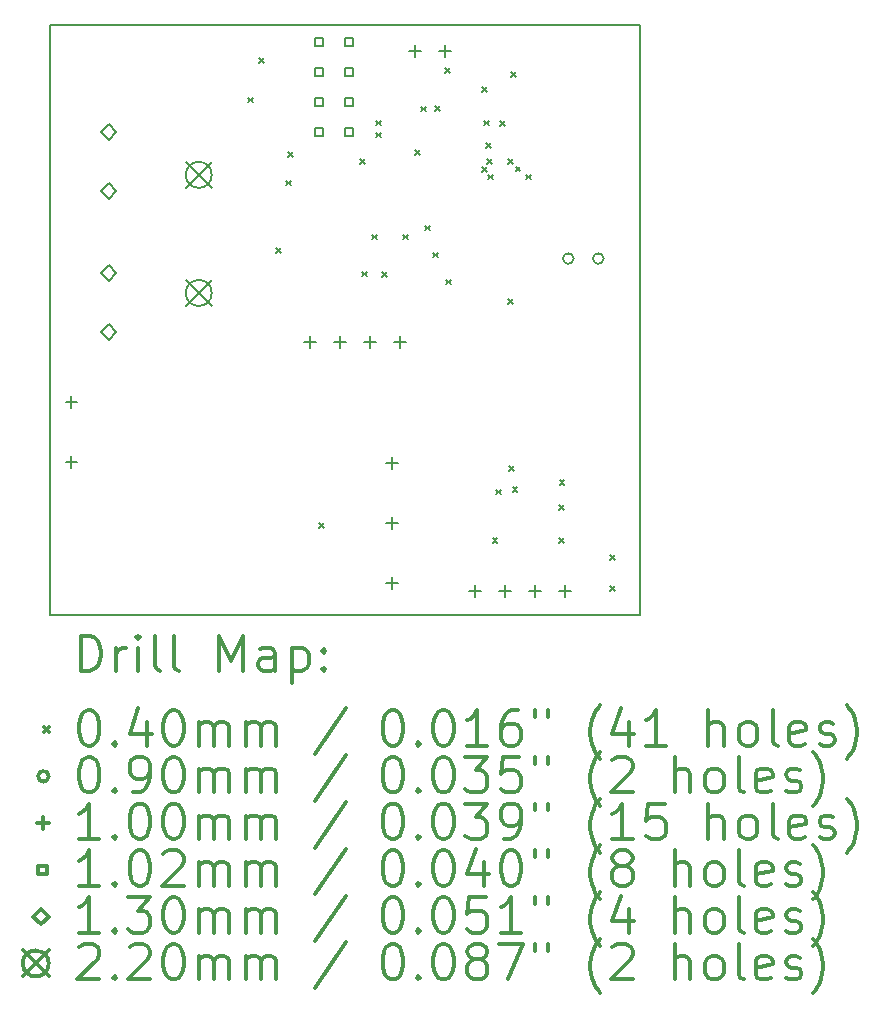
<source format=gbr>
%FSLAX45Y45*%
G04 Gerber Fmt 4.5, Leading zero omitted, Abs format (unit mm)*
G04 Created by KiCad (PCBNEW 4.0.2-stable) date 5/29/2017 11:09:28 AM*
%MOMM*%
G01*
G04 APERTURE LIST*
%ADD10C,0.127000*%
%ADD11C,0.150000*%
%ADD12C,0.200000*%
%ADD13C,0.300000*%
G04 APERTURE END LIST*
D10*
D11*
X7500000Y-7500000D02*
X12500000Y-7500000D01*
X7500000Y-12500000D02*
X12500000Y-12500000D01*
X12500000Y-7500000D02*
X12500000Y-12500000D01*
X7500000Y-7500000D02*
X7500000Y-12500000D01*
D12*
X9179880Y-8118160D02*
X9219880Y-8158160D01*
X9219880Y-8118160D02*
X9179880Y-8158160D01*
X9276400Y-7782880D02*
X9316400Y-7822880D01*
X9316400Y-7782880D02*
X9276400Y-7822880D01*
X9418640Y-9393240D02*
X9458640Y-9433240D01*
X9458640Y-9393240D02*
X9418640Y-9433240D01*
X9505000Y-8819200D02*
X9545000Y-8859200D01*
X9545000Y-8819200D02*
X9505000Y-8859200D01*
X9520240Y-8581340D02*
X9560240Y-8621340D01*
X9560240Y-8581340D02*
X9520240Y-8621340D01*
X9784400Y-11719880D02*
X9824400Y-11759880D01*
X9824400Y-11719880D02*
X9784400Y-11759880D01*
X10129840Y-8636320D02*
X10169840Y-8676320D01*
X10169840Y-8636320D02*
X10129840Y-8676320D01*
X10147797Y-9591360D02*
X10187797Y-9631360D01*
X10187797Y-9591360D02*
X10147797Y-9631360D01*
X10231440Y-9276400D02*
X10271440Y-9316400D01*
X10271440Y-9276400D02*
X10231440Y-9316400D01*
X10261920Y-8412800D02*
X10301920Y-8452800D01*
X10301920Y-8412800D02*
X10261920Y-8452800D01*
X10267000Y-8311200D02*
X10307000Y-8351200D01*
X10307000Y-8311200D02*
X10267000Y-8351200D01*
X10317800Y-9596440D02*
X10357800Y-9636440D01*
X10357800Y-9596440D02*
X10317800Y-9636440D01*
X10495600Y-9276400D02*
X10535600Y-9316400D01*
X10535600Y-9276400D02*
X10495600Y-9316400D01*
X10597200Y-8560120D02*
X10637200Y-8600120D01*
X10637200Y-8560120D02*
X10597200Y-8600120D01*
X10648000Y-8194360D02*
X10688000Y-8234360D01*
X10688000Y-8194360D02*
X10648000Y-8234360D01*
X10678480Y-9200200D02*
X10718480Y-9240200D01*
X10718480Y-9200200D02*
X10678480Y-9240200D01*
X10749600Y-9428800D02*
X10789600Y-9468800D01*
X10789600Y-9428800D02*
X10749600Y-9468800D01*
X10764840Y-8189280D02*
X10804840Y-8229280D01*
X10804840Y-8189280D02*
X10764840Y-8229280D01*
X10851200Y-7869240D02*
X10891200Y-7909240D01*
X10891200Y-7869240D02*
X10851200Y-7909240D01*
X10856280Y-9657400D02*
X10896280Y-9697400D01*
X10896280Y-9657400D02*
X10856280Y-9697400D01*
X11161080Y-8026720D02*
X11201080Y-8066720D01*
X11201080Y-8026720D02*
X11161080Y-8066720D01*
X11164163Y-8704187D02*
X11204163Y-8744187D01*
X11204163Y-8704187D02*
X11164163Y-8744187D01*
X11176320Y-8311200D02*
X11216320Y-8351200D01*
X11216320Y-8311200D02*
X11176320Y-8351200D01*
X11196640Y-8504240D02*
X11236640Y-8544240D01*
X11236640Y-8504240D02*
X11196640Y-8544240D01*
X11205300Y-8635572D02*
X11245300Y-8675572D01*
X11245300Y-8635572D02*
X11205300Y-8675572D01*
X11211880Y-8768400D02*
X11251880Y-8808400D01*
X11251880Y-8768400D02*
X11211880Y-8808400D01*
X11249980Y-11844340D02*
X11289980Y-11884340D01*
X11289980Y-11844340D02*
X11249980Y-11884340D01*
X11283000Y-11435400D02*
X11323000Y-11475400D01*
X11323000Y-11435400D02*
X11283000Y-11475400D01*
X11317018Y-8314315D02*
X11357018Y-8354315D01*
X11357018Y-8314315D02*
X11317018Y-8354315D01*
X11380343Y-8636320D02*
X11420343Y-8676320D01*
X11420343Y-8636320D02*
X11380343Y-8676320D01*
X11384600Y-9825040D02*
X11424600Y-9865040D01*
X11424600Y-9825040D02*
X11384600Y-9865040D01*
X11389680Y-11237280D02*
X11429680Y-11277280D01*
X11429680Y-11237280D02*
X11389680Y-11277280D01*
X11410000Y-7899720D02*
X11450000Y-7939720D01*
X11450000Y-7899720D02*
X11410000Y-7939720D01*
X11420160Y-11415080D02*
X11460160Y-11455080D01*
X11460160Y-11415080D02*
X11420160Y-11455080D01*
X11445560Y-8702360D02*
X11485560Y-8742360D01*
X11485560Y-8702360D02*
X11445560Y-8742360D01*
X11531920Y-8768400D02*
X11571920Y-8808400D01*
X11571920Y-8768400D02*
X11531920Y-8808400D01*
X11811320Y-11567480D02*
X11851320Y-11607480D01*
X11851320Y-11567480D02*
X11811320Y-11607480D01*
X11813860Y-11844340D02*
X11853860Y-11884340D01*
X11853860Y-11844340D02*
X11813860Y-11884340D01*
X11818400Y-11354120D02*
X11858400Y-11394120D01*
X11858400Y-11354120D02*
X11818400Y-11394120D01*
X12248200Y-11989120D02*
X12288200Y-12029120D01*
X12288200Y-11989120D02*
X12248200Y-12029120D01*
X12248200Y-12253280D02*
X12288200Y-12293280D01*
X12288200Y-12253280D02*
X12248200Y-12293280D01*
X11937280Y-9479280D02*
G75*
G03X11937280Y-9479280I-45000J0D01*
G01*
X12191280Y-9479280D02*
G75*
G03X12191280Y-9479280I-45000J0D01*
G01*
X7684900Y-10644400D02*
X7684900Y-10744400D01*
X7634900Y-10694400D02*
X7734900Y-10694400D01*
X7684900Y-11152400D02*
X7684900Y-11252400D01*
X7634900Y-11202400D02*
X7734900Y-11202400D01*
X9702800Y-10135400D02*
X9702800Y-10235400D01*
X9652800Y-10185400D02*
X9752800Y-10185400D01*
X9956800Y-10135400D02*
X9956800Y-10235400D01*
X9906800Y-10185400D02*
X10006800Y-10185400D01*
X10210800Y-10135400D02*
X10210800Y-10235400D01*
X10160800Y-10185400D02*
X10260800Y-10185400D01*
X10399900Y-11159400D02*
X10399900Y-11259400D01*
X10349900Y-11209400D02*
X10449900Y-11209400D01*
X10399900Y-11667400D02*
X10399900Y-11767400D01*
X10349900Y-11717400D02*
X10449900Y-11717400D01*
X10399900Y-12175400D02*
X10399900Y-12275400D01*
X10349900Y-12225400D02*
X10449900Y-12225400D01*
X10464800Y-10135400D02*
X10464800Y-10235400D01*
X10414800Y-10185400D02*
X10514800Y-10185400D01*
X10591800Y-7671600D02*
X10591800Y-7771600D01*
X10541800Y-7721600D02*
X10641800Y-7721600D01*
X10845800Y-7671600D02*
X10845800Y-7771600D01*
X10795800Y-7721600D02*
X10895800Y-7721600D01*
X11099800Y-12243600D02*
X11099800Y-12343600D01*
X11049800Y-12293600D02*
X11149800Y-12293600D01*
X11353800Y-12243600D02*
X11353800Y-12343600D01*
X11303800Y-12293600D02*
X11403800Y-12293600D01*
X11607800Y-12243600D02*
X11607800Y-12343600D01*
X11557800Y-12293600D02*
X11657800Y-12293600D01*
X11861800Y-12243600D02*
X11861800Y-12343600D01*
X11811800Y-12293600D02*
X11911800Y-12293600D01*
X9814921Y-7681321D02*
X9814921Y-7609479D01*
X9743079Y-7609479D01*
X9743079Y-7681321D01*
X9814921Y-7681321D01*
X9814921Y-7935321D02*
X9814921Y-7863479D01*
X9743079Y-7863479D01*
X9743079Y-7935321D01*
X9814921Y-7935321D01*
X9814921Y-8189321D02*
X9814921Y-8117479D01*
X9743079Y-8117479D01*
X9743079Y-8189321D01*
X9814921Y-8189321D01*
X9814921Y-8443321D02*
X9814921Y-8371479D01*
X9743079Y-8371479D01*
X9743079Y-8443321D01*
X9814921Y-8443321D01*
X10068921Y-7681321D02*
X10068921Y-7609479D01*
X9997079Y-7609479D01*
X9997079Y-7681321D01*
X10068921Y-7681321D01*
X10068921Y-7935321D02*
X10068921Y-7863479D01*
X9997079Y-7863479D01*
X9997079Y-7935321D01*
X10068921Y-7935321D01*
X10068921Y-8189321D02*
X10068921Y-8117479D01*
X9997079Y-8117479D01*
X9997079Y-8189321D01*
X10068921Y-8189321D01*
X10068921Y-8443321D02*
X10068921Y-8371479D01*
X9997079Y-8371479D01*
X9997079Y-8443321D01*
X10068921Y-8443321D01*
X8001000Y-8472400D02*
X8066000Y-8407400D01*
X8001000Y-8342400D01*
X7936000Y-8407400D01*
X8001000Y-8472400D01*
X8001000Y-8972400D02*
X8066000Y-8907400D01*
X8001000Y-8842400D01*
X7936000Y-8907400D01*
X8001000Y-8972400D01*
X8001000Y-9666200D02*
X8066000Y-9601200D01*
X8001000Y-9536200D01*
X7936000Y-9601200D01*
X8001000Y-9666200D01*
X8001000Y-10166200D02*
X8066000Y-10101200D01*
X8001000Y-10036200D01*
X7936000Y-10101200D01*
X8001000Y-10166200D01*
X8653000Y-8661000D02*
X8873000Y-8881000D01*
X8873000Y-8661000D02*
X8653000Y-8881000D01*
X8873000Y-8771000D02*
G75*
G03X8873000Y-8771000I-110000J0D01*
G01*
X8653000Y-9661000D02*
X8873000Y-9881000D01*
X8873000Y-9661000D02*
X8653000Y-9881000D01*
X8873000Y-9771000D02*
G75*
G03X8873000Y-9771000I-110000J0D01*
G01*
D13*
X7763928Y-12973214D02*
X7763928Y-12673214D01*
X7835357Y-12673214D01*
X7878214Y-12687500D01*
X7906786Y-12716071D01*
X7921071Y-12744643D01*
X7935357Y-12801786D01*
X7935357Y-12844643D01*
X7921071Y-12901786D01*
X7906786Y-12930357D01*
X7878214Y-12958929D01*
X7835357Y-12973214D01*
X7763928Y-12973214D01*
X8063928Y-12973214D02*
X8063928Y-12773214D01*
X8063928Y-12830357D02*
X8078214Y-12801786D01*
X8092500Y-12787500D01*
X8121071Y-12773214D01*
X8149643Y-12773214D01*
X8249643Y-12973214D02*
X8249643Y-12773214D01*
X8249643Y-12673214D02*
X8235357Y-12687500D01*
X8249643Y-12701786D01*
X8263928Y-12687500D01*
X8249643Y-12673214D01*
X8249643Y-12701786D01*
X8435357Y-12973214D02*
X8406786Y-12958929D01*
X8392500Y-12930357D01*
X8392500Y-12673214D01*
X8592500Y-12973214D02*
X8563929Y-12958929D01*
X8549643Y-12930357D01*
X8549643Y-12673214D01*
X8935357Y-12973214D02*
X8935357Y-12673214D01*
X9035357Y-12887500D01*
X9135357Y-12673214D01*
X9135357Y-12973214D01*
X9406786Y-12973214D02*
X9406786Y-12816071D01*
X9392500Y-12787500D01*
X9363929Y-12773214D01*
X9306786Y-12773214D01*
X9278214Y-12787500D01*
X9406786Y-12958929D02*
X9378214Y-12973214D01*
X9306786Y-12973214D01*
X9278214Y-12958929D01*
X9263929Y-12930357D01*
X9263929Y-12901786D01*
X9278214Y-12873214D01*
X9306786Y-12858929D01*
X9378214Y-12858929D01*
X9406786Y-12844643D01*
X9549643Y-12773214D02*
X9549643Y-13073214D01*
X9549643Y-12787500D02*
X9578214Y-12773214D01*
X9635357Y-12773214D01*
X9663929Y-12787500D01*
X9678214Y-12801786D01*
X9692500Y-12830357D01*
X9692500Y-12916071D01*
X9678214Y-12944643D01*
X9663929Y-12958929D01*
X9635357Y-12973214D01*
X9578214Y-12973214D01*
X9549643Y-12958929D01*
X9821071Y-12944643D02*
X9835357Y-12958929D01*
X9821071Y-12973214D01*
X9806786Y-12958929D01*
X9821071Y-12944643D01*
X9821071Y-12973214D01*
X9821071Y-12787500D02*
X9835357Y-12801786D01*
X9821071Y-12816071D01*
X9806786Y-12801786D01*
X9821071Y-12787500D01*
X9821071Y-12816071D01*
X7452500Y-13447500D02*
X7492500Y-13487500D01*
X7492500Y-13447500D02*
X7452500Y-13487500D01*
X7821071Y-13303214D02*
X7849643Y-13303214D01*
X7878214Y-13317500D01*
X7892500Y-13331786D01*
X7906786Y-13360357D01*
X7921071Y-13417500D01*
X7921071Y-13488929D01*
X7906786Y-13546071D01*
X7892500Y-13574643D01*
X7878214Y-13588929D01*
X7849643Y-13603214D01*
X7821071Y-13603214D01*
X7792500Y-13588929D01*
X7778214Y-13574643D01*
X7763928Y-13546071D01*
X7749643Y-13488929D01*
X7749643Y-13417500D01*
X7763928Y-13360357D01*
X7778214Y-13331786D01*
X7792500Y-13317500D01*
X7821071Y-13303214D01*
X8049643Y-13574643D02*
X8063928Y-13588929D01*
X8049643Y-13603214D01*
X8035357Y-13588929D01*
X8049643Y-13574643D01*
X8049643Y-13603214D01*
X8321071Y-13403214D02*
X8321071Y-13603214D01*
X8249643Y-13288929D02*
X8178214Y-13503214D01*
X8363928Y-13503214D01*
X8535357Y-13303214D02*
X8563929Y-13303214D01*
X8592500Y-13317500D01*
X8606786Y-13331786D01*
X8621071Y-13360357D01*
X8635357Y-13417500D01*
X8635357Y-13488929D01*
X8621071Y-13546071D01*
X8606786Y-13574643D01*
X8592500Y-13588929D01*
X8563929Y-13603214D01*
X8535357Y-13603214D01*
X8506786Y-13588929D01*
X8492500Y-13574643D01*
X8478214Y-13546071D01*
X8463929Y-13488929D01*
X8463929Y-13417500D01*
X8478214Y-13360357D01*
X8492500Y-13331786D01*
X8506786Y-13317500D01*
X8535357Y-13303214D01*
X8763929Y-13603214D02*
X8763929Y-13403214D01*
X8763929Y-13431786D02*
X8778214Y-13417500D01*
X8806786Y-13403214D01*
X8849643Y-13403214D01*
X8878214Y-13417500D01*
X8892500Y-13446071D01*
X8892500Y-13603214D01*
X8892500Y-13446071D02*
X8906786Y-13417500D01*
X8935357Y-13403214D01*
X8978214Y-13403214D01*
X9006786Y-13417500D01*
X9021071Y-13446071D01*
X9021071Y-13603214D01*
X9163929Y-13603214D02*
X9163929Y-13403214D01*
X9163929Y-13431786D02*
X9178214Y-13417500D01*
X9206786Y-13403214D01*
X9249643Y-13403214D01*
X9278214Y-13417500D01*
X9292500Y-13446071D01*
X9292500Y-13603214D01*
X9292500Y-13446071D02*
X9306786Y-13417500D01*
X9335357Y-13403214D01*
X9378214Y-13403214D01*
X9406786Y-13417500D01*
X9421071Y-13446071D01*
X9421071Y-13603214D01*
X10006786Y-13288929D02*
X9749643Y-13674643D01*
X10392500Y-13303214D02*
X10421071Y-13303214D01*
X10449643Y-13317500D01*
X10463928Y-13331786D01*
X10478214Y-13360357D01*
X10492500Y-13417500D01*
X10492500Y-13488929D01*
X10478214Y-13546071D01*
X10463928Y-13574643D01*
X10449643Y-13588929D01*
X10421071Y-13603214D01*
X10392500Y-13603214D01*
X10363928Y-13588929D01*
X10349643Y-13574643D01*
X10335357Y-13546071D01*
X10321071Y-13488929D01*
X10321071Y-13417500D01*
X10335357Y-13360357D01*
X10349643Y-13331786D01*
X10363928Y-13317500D01*
X10392500Y-13303214D01*
X10621071Y-13574643D02*
X10635357Y-13588929D01*
X10621071Y-13603214D01*
X10606786Y-13588929D01*
X10621071Y-13574643D01*
X10621071Y-13603214D01*
X10821071Y-13303214D02*
X10849643Y-13303214D01*
X10878214Y-13317500D01*
X10892500Y-13331786D01*
X10906786Y-13360357D01*
X10921071Y-13417500D01*
X10921071Y-13488929D01*
X10906786Y-13546071D01*
X10892500Y-13574643D01*
X10878214Y-13588929D01*
X10849643Y-13603214D01*
X10821071Y-13603214D01*
X10792500Y-13588929D01*
X10778214Y-13574643D01*
X10763928Y-13546071D01*
X10749643Y-13488929D01*
X10749643Y-13417500D01*
X10763928Y-13360357D01*
X10778214Y-13331786D01*
X10792500Y-13317500D01*
X10821071Y-13303214D01*
X11206785Y-13603214D02*
X11035357Y-13603214D01*
X11121071Y-13603214D02*
X11121071Y-13303214D01*
X11092500Y-13346071D01*
X11063928Y-13374643D01*
X11035357Y-13388929D01*
X11463928Y-13303214D02*
X11406785Y-13303214D01*
X11378214Y-13317500D01*
X11363928Y-13331786D01*
X11335357Y-13374643D01*
X11321071Y-13431786D01*
X11321071Y-13546071D01*
X11335357Y-13574643D01*
X11349643Y-13588929D01*
X11378214Y-13603214D01*
X11435357Y-13603214D01*
X11463928Y-13588929D01*
X11478214Y-13574643D01*
X11492500Y-13546071D01*
X11492500Y-13474643D01*
X11478214Y-13446071D01*
X11463928Y-13431786D01*
X11435357Y-13417500D01*
X11378214Y-13417500D01*
X11349643Y-13431786D01*
X11335357Y-13446071D01*
X11321071Y-13474643D01*
X11606786Y-13303214D02*
X11606786Y-13360357D01*
X11721071Y-13303214D02*
X11721071Y-13360357D01*
X12163928Y-13717500D02*
X12149643Y-13703214D01*
X12121071Y-13660357D01*
X12106785Y-13631786D01*
X12092500Y-13588929D01*
X12078214Y-13517500D01*
X12078214Y-13460357D01*
X12092500Y-13388929D01*
X12106785Y-13346071D01*
X12121071Y-13317500D01*
X12149643Y-13274643D01*
X12163928Y-13260357D01*
X12406785Y-13403214D02*
X12406785Y-13603214D01*
X12335357Y-13288929D02*
X12263928Y-13503214D01*
X12449643Y-13503214D01*
X12721071Y-13603214D02*
X12549643Y-13603214D01*
X12635357Y-13603214D02*
X12635357Y-13303214D01*
X12606785Y-13346071D01*
X12578214Y-13374643D01*
X12549643Y-13388929D01*
X13078214Y-13603214D02*
X13078214Y-13303214D01*
X13206785Y-13603214D02*
X13206785Y-13446071D01*
X13192500Y-13417500D01*
X13163928Y-13403214D01*
X13121071Y-13403214D01*
X13092500Y-13417500D01*
X13078214Y-13431786D01*
X13392500Y-13603214D02*
X13363928Y-13588929D01*
X13349643Y-13574643D01*
X13335357Y-13546071D01*
X13335357Y-13460357D01*
X13349643Y-13431786D01*
X13363928Y-13417500D01*
X13392500Y-13403214D01*
X13435357Y-13403214D01*
X13463928Y-13417500D01*
X13478214Y-13431786D01*
X13492500Y-13460357D01*
X13492500Y-13546071D01*
X13478214Y-13574643D01*
X13463928Y-13588929D01*
X13435357Y-13603214D01*
X13392500Y-13603214D01*
X13663928Y-13603214D02*
X13635357Y-13588929D01*
X13621071Y-13560357D01*
X13621071Y-13303214D01*
X13892500Y-13588929D02*
X13863928Y-13603214D01*
X13806786Y-13603214D01*
X13778214Y-13588929D01*
X13763928Y-13560357D01*
X13763928Y-13446071D01*
X13778214Y-13417500D01*
X13806786Y-13403214D01*
X13863928Y-13403214D01*
X13892500Y-13417500D01*
X13906786Y-13446071D01*
X13906786Y-13474643D01*
X13763928Y-13503214D01*
X14021071Y-13588929D02*
X14049643Y-13603214D01*
X14106786Y-13603214D01*
X14135357Y-13588929D01*
X14149643Y-13560357D01*
X14149643Y-13546071D01*
X14135357Y-13517500D01*
X14106786Y-13503214D01*
X14063928Y-13503214D01*
X14035357Y-13488929D01*
X14021071Y-13460357D01*
X14021071Y-13446071D01*
X14035357Y-13417500D01*
X14063928Y-13403214D01*
X14106786Y-13403214D01*
X14135357Y-13417500D01*
X14249643Y-13717500D02*
X14263928Y-13703214D01*
X14292500Y-13660357D01*
X14306786Y-13631786D01*
X14321071Y-13588929D01*
X14335357Y-13517500D01*
X14335357Y-13460357D01*
X14321071Y-13388929D01*
X14306786Y-13346071D01*
X14292500Y-13317500D01*
X14263928Y-13274643D01*
X14249643Y-13260357D01*
X7492500Y-13863500D02*
G75*
G03X7492500Y-13863500I-45000J0D01*
G01*
X7821071Y-13699214D02*
X7849643Y-13699214D01*
X7878214Y-13713500D01*
X7892500Y-13727786D01*
X7906786Y-13756357D01*
X7921071Y-13813500D01*
X7921071Y-13884929D01*
X7906786Y-13942071D01*
X7892500Y-13970643D01*
X7878214Y-13984929D01*
X7849643Y-13999214D01*
X7821071Y-13999214D01*
X7792500Y-13984929D01*
X7778214Y-13970643D01*
X7763928Y-13942071D01*
X7749643Y-13884929D01*
X7749643Y-13813500D01*
X7763928Y-13756357D01*
X7778214Y-13727786D01*
X7792500Y-13713500D01*
X7821071Y-13699214D01*
X8049643Y-13970643D02*
X8063928Y-13984929D01*
X8049643Y-13999214D01*
X8035357Y-13984929D01*
X8049643Y-13970643D01*
X8049643Y-13999214D01*
X8206786Y-13999214D02*
X8263928Y-13999214D01*
X8292500Y-13984929D01*
X8306786Y-13970643D01*
X8335357Y-13927786D01*
X8349643Y-13870643D01*
X8349643Y-13756357D01*
X8335357Y-13727786D01*
X8321071Y-13713500D01*
X8292500Y-13699214D01*
X8235357Y-13699214D01*
X8206786Y-13713500D01*
X8192500Y-13727786D01*
X8178214Y-13756357D01*
X8178214Y-13827786D01*
X8192500Y-13856357D01*
X8206786Y-13870643D01*
X8235357Y-13884929D01*
X8292500Y-13884929D01*
X8321071Y-13870643D01*
X8335357Y-13856357D01*
X8349643Y-13827786D01*
X8535357Y-13699214D02*
X8563929Y-13699214D01*
X8592500Y-13713500D01*
X8606786Y-13727786D01*
X8621071Y-13756357D01*
X8635357Y-13813500D01*
X8635357Y-13884929D01*
X8621071Y-13942071D01*
X8606786Y-13970643D01*
X8592500Y-13984929D01*
X8563929Y-13999214D01*
X8535357Y-13999214D01*
X8506786Y-13984929D01*
X8492500Y-13970643D01*
X8478214Y-13942071D01*
X8463929Y-13884929D01*
X8463929Y-13813500D01*
X8478214Y-13756357D01*
X8492500Y-13727786D01*
X8506786Y-13713500D01*
X8535357Y-13699214D01*
X8763929Y-13999214D02*
X8763929Y-13799214D01*
X8763929Y-13827786D02*
X8778214Y-13813500D01*
X8806786Y-13799214D01*
X8849643Y-13799214D01*
X8878214Y-13813500D01*
X8892500Y-13842071D01*
X8892500Y-13999214D01*
X8892500Y-13842071D02*
X8906786Y-13813500D01*
X8935357Y-13799214D01*
X8978214Y-13799214D01*
X9006786Y-13813500D01*
X9021071Y-13842071D01*
X9021071Y-13999214D01*
X9163929Y-13999214D02*
X9163929Y-13799214D01*
X9163929Y-13827786D02*
X9178214Y-13813500D01*
X9206786Y-13799214D01*
X9249643Y-13799214D01*
X9278214Y-13813500D01*
X9292500Y-13842071D01*
X9292500Y-13999214D01*
X9292500Y-13842071D02*
X9306786Y-13813500D01*
X9335357Y-13799214D01*
X9378214Y-13799214D01*
X9406786Y-13813500D01*
X9421071Y-13842071D01*
X9421071Y-13999214D01*
X10006786Y-13684929D02*
X9749643Y-14070643D01*
X10392500Y-13699214D02*
X10421071Y-13699214D01*
X10449643Y-13713500D01*
X10463928Y-13727786D01*
X10478214Y-13756357D01*
X10492500Y-13813500D01*
X10492500Y-13884929D01*
X10478214Y-13942071D01*
X10463928Y-13970643D01*
X10449643Y-13984929D01*
X10421071Y-13999214D01*
X10392500Y-13999214D01*
X10363928Y-13984929D01*
X10349643Y-13970643D01*
X10335357Y-13942071D01*
X10321071Y-13884929D01*
X10321071Y-13813500D01*
X10335357Y-13756357D01*
X10349643Y-13727786D01*
X10363928Y-13713500D01*
X10392500Y-13699214D01*
X10621071Y-13970643D02*
X10635357Y-13984929D01*
X10621071Y-13999214D01*
X10606786Y-13984929D01*
X10621071Y-13970643D01*
X10621071Y-13999214D01*
X10821071Y-13699214D02*
X10849643Y-13699214D01*
X10878214Y-13713500D01*
X10892500Y-13727786D01*
X10906786Y-13756357D01*
X10921071Y-13813500D01*
X10921071Y-13884929D01*
X10906786Y-13942071D01*
X10892500Y-13970643D01*
X10878214Y-13984929D01*
X10849643Y-13999214D01*
X10821071Y-13999214D01*
X10792500Y-13984929D01*
X10778214Y-13970643D01*
X10763928Y-13942071D01*
X10749643Y-13884929D01*
X10749643Y-13813500D01*
X10763928Y-13756357D01*
X10778214Y-13727786D01*
X10792500Y-13713500D01*
X10821071Y-13699214D01*
X11021071Y-13699214D02*
X11206785Y-13699214D01*
X11106786Y-13813500D01*
X11149643Y-13813500D01*
X11178214Y-13827786D01*
X11192500Y-13842071D01*
X11206785Y-13870643D01*
X11206785Y-13942071D01*
X11192500Y-13970643D01*
X11178214Y-13984929D01*
X11149643Y-13999214D01*
X11063928Y-13999214D01*
X11035357Y-13984929D01*
X11021071Y-13970643D01*
X11478214Y-13699214D02*
X11335357Y-13699214D01*
X11321071Y-13842071D01*
X11335357Y-13827786D01*
X11363928Y-13813500D01*
X11435357Y-13813500D01*
X11463928Y-13827786D01*
X11478214Y-13842071D01*
X11492500Y-13870643D01*
X11492500Y-13942071D01*
X11478214Y-13970643D01*
X11463928Y-13984929D01*
X11435357Y-13999214D01*
X11363928Y-13999214D01*
X11335357Y-13984929D01*
X11321071Y-13970643D01*
X11606786Y-13699214D02*
X11606786Y-13756357D01*
X11721071Y-13699214D02*
X11721071Y-13756357D01*
X12163928Y-14113500D02*
X12149643Y-14099214D01*
X12121071Y-14056357D01*
X12106785Y-14027786D01*
X12092500Y-13984929D01*
X12078214Y-13913500D01*
X12078214Y-13856357D01*
X12092500Y-13784929D01*
X12106785Y-13742071D01*
X12121071Y-13713500D01*
X12149643Y-13670643D01*
X12163928Y-13656357D01*
X12263928Y-13727786D02*
X12278214Y-13713500D01*
X12306785Y-13699214D01*
X12378214Y-13699214D01*
X12406785Y-13713500D01*
X12421071Y-13727786D01*
X12435357Y-13756357D01*
X12435357Y-13784929D01*
X12421071Y-13827786D01*
X12249643Y-13999214D01*
X12435357Y-13999214D01*
X12792500Y-13999214D02*
X12792500Y-13699214D01*
X12921071Y-13999214D02*
X12921071Y-13842071D01*
X12906785Y-13813500D01*
X12878214Y-13799214D01*
X12835357Y-13799214D01*
X12806785Y-13813500D01*
X12792500Y-13827786D01*
X13106785Y-13999214D02*
X13078214Y-13984929D01*
X13063928Y-13970643D01*
X13049643Y-13942071D01*
X13049643Y-13856357D01*
X13063928Y-13827786D01*
X13078214Y-13813500D01*
X13106785Y-13799214D01*
X13149643Y-13799214D01*
X13178214Y-13813500D01*
X13192500Y-13827786D01*
X13206785Y-13856357D01*
X13206785Y-13942071D01*
X13192500Y-13970643D01*
X13178214Y-13984929D01*
X13149643Y-13999214D01*
X13106785Y-13999214D01*
X13378214Y-13999214D02*
X13349643Y-13984929D01*
X13335357Y-13956357D01*
X13335357Y-13699214D01*
X13606786Y-13984929D02*
X13578214Y-13999214D01*
X13521071Y-13999214D01*
X13492500Y-13984929D01*
X13478214Y-13956357D01*
X13478214Y-13842071D01*
X13492500Y-13813500D01*
X13521071Y-13799214D01*
X13578214Y-13799214D01*
X13606786Y-13813500D01*
X13621071Y-13842071D01*
X13621071Y-13870643D01*
X13478214Y-13899214D01*
X13735357Y-13984929D02*
X13763928Y-13999214D01*
X13821071Y-13999214D01*
X13849643Y-13984929D01*
X13863928Y-13956357D01*
X13863928Y-13942071D01*
X13849643Y-13913500D01*
X13821071Y-13899214D01*
X13778214Y-13899214D01*
X13749643Y-13884929D01*
X13735357Y-13856357D01*
X13735357Y-13842071D01*
X13749643Y-13813500D01*
X13778214Y-13799214D01*
X13821071Y-13799214D01*
X13849643Y-13813500D01*
X13963928Y-14113500D02*
X13978214Y-14099214D01*
X14006786Y-14056357D01*
X14021071Y-14027786D01*
X14035357Y-13984929D01*
X14049643Y-13913500D01*
X14049643Y-13856357D01*
X14035357Y-13784929D01*
X14021071Y-13742071D01*
X14006786Y-13713500D01*
X13978214Y-13670643D01*
X13963928Y-13656357D01*
X7442500Y-14209500D02*
X7442500Y-14309500D01*
X7392500Y-14259500D02*
X7492500Y-14259500D01*
X7921071Y-14395214D02*
X7749643Y-14395214D01*
X7835357Y-14395214D02*
X7835357Y-14095214D01*
X7806786Y-14138071D01*
X7778214Y-14166643D01*
X7749643Y-14180929D01*
X8049643Y-14366643D02*
X8063928Y-14380929D01*
X8049643Y-14395214D01*
X8035357Y-14380929D01*
X8049643Y-14366643D01*
X8049643Y-14395214D01*
X8249643Y-14095214D02*
X8278214Y-14095214D01*
X8306786Y-14109500D01*
X8321071Y-14123786D01*
X8335357Y-14152357D01*
X8349643Y-14209500D01*
X8349643Y-14280929D01*
X8335357Y-14338071D01*
X8321071Y-14366643D01*
X8306786Y-14380929D01*
X8278214Y-14395214D01*
X8249643Y-14395214D01*
X8221071Y-14380929D01*
X8206786Y-14366643D01*
X8192500Y-14338071D01*
X8178214Y-14280929D01*
X8178214Y-14209500D01*
X8192500Y-14152357D01*
X8206786Y-14123786D01*
X8221071Y-14109500D01*
X8249643Y-14095214D01*
X8535357Y-14095214D02*
X8563929Y-14095214D01*
X8592500Y-14109500D01*
X8606786Y-14123786D01*
X8621071Y-14152357D01*
X8635357Y-14209500D01*
X8635357Y-14280929D01*
X8621071Y-14338071D01*
X8606786Y-14366643D01*
X8592500Y-14380929D01*
X8563929Y-14395214D01*
X8535357Y-14395214D01*
X8506786Y-14380929D01*
X8492500Y-14366643D01*
X8478214Y-14338071D01*
X8463929Y-14280929D01*
X8463929Y-14209500D01*
X8478214Y-14152357D01*
X8492500Y-14123786D01*
X8506786Y-14109500D01*
X8535357Y-14095214D01*
X8763929Y-14395214D02*
X8763929Y-14195214D01*
X8763929Y-14223786D02*
X8778214Y-14209500D01*
X8806786Y-14195214D01*
X8849643Y-14195214D01*
X8878214Y-14209500D01*
X8892500Y-14238071D01*
X8892500Y-14395214D01*
X8892500Y-14238071D02*
X8906786Y-14209500D01*
X8935357Y-14195214D01*
X8978214Y-14195214D01*
X9006786Y-14209500D01*
X9021071Y-14238071D01*
X9021071Y-14395214D01*
X9163929Y-14395214D02*
X9163929Y-14195214D01*
X9163929Y-14223786D02*
X9178214Y-14209500D01*
X9206786Y-14195214D01*
X9249643Y-14195214D01*
X9278214Y-14209500D01*
X9292500Y-14238071D01*
X9292500Y-14395214D01*
X9292500Y-14238071D02*
X9306786Y-14209500D01*
X9335357Y-14195214D01*
X9378214Y-14195214D01*
X9406786Y-14209500D01*
X9421071Y-14238071D01*
X9421071Y-14395214D01*
X10006786Y-14080929D02*
X9749643Y-14466643D01*
X10392500Y-14095214D02*
X10421071Y-14095214D01*
X10449643Y-14109500D01*
X10463928Y-14123786D01*
X10478214Y-14152357D01*
X10492500Y-14209500D01*
X10492500Y-14280929D01*
X10478214Y-14338071D01*
X10463928Y-14366643D01*
X10449643Y-14380929D01*
X10421071Y-14395214D01*
X10392500Y-14395214D01*
X10363928Y-14380929D01*
X10349643Y-14366643D01*
X10335357Y-14338071D01*
X10321071Y-14280929D01*
X10321071Y-14209500D01*
X10335357Y-14152357D01*
X10349643Y-14123786D01*
X10363928Y-14109500D01*
X10392500Y-14095214D01*
X10621071Y-14366643D02*
X10635357Y-14380929D01*
X10621071Y-14395214D01*
X10606786Y-14380929D01*
X10621071Y-14366643D01*
X10621071Y-14395214D01*
X10821071Y-14095214D02*
X10849643Y-14095214D01*
X10878214Y-14109500D01*
X10892500Y-14123786D01*
X10906786Y-14152357D01*
X10921071Y-14209500D01*
X10921071Y-14280929D01*
X10906786Y-14338071D01*
X10892500Y-14366643D01*
X10878214Y-14380929D01*
X10849643Y-14395214D01*
X10821071Y-14395214D01*
X10792500Y-14380929D01*
X10778214Y-14366643D01*
X10763928Y-14338071D01*
X10749643Y-14280929D01*
X10749643Y-14209500D01*
X10763928Y-14152357D01*
X10778214Y-14123786D01*
X10792500Y-14109500D01*
X10821071Y-14095214D01*
X11021071Y-14095214D02*
X11206785Y-14095214D01*
X11106786Y-14209500D01*
X11149643Y-14209500D01*
X11178214Y-14223786D01*
X11192500Y-14238071D01*
X11206785Y-14266643D01*
X11206785Y-14338071D01*
X11192500Y-14366643D01*
X11178214Y-14380929D01*
X11149643Y-14395214D01*
X11063928Y-14395214D01*
X11035357Y-14380929D01*
X11021071Y-14366643D01*
X11349643Y-14395214D02*
X11406785Y-14395214D01*
X11435357Y-14380929D01*
X11449643Y-14366643D01*
X11478214Y-14323786D01*
X11492500Y-14266643D01*
X11492500Y-14152357D01*
X11478214Y-14123786D01*
X11463928Y-14109500D01*
X11435357Y-14095214D01*
X11378214Y-14095214D01*
X11349643Y-14109500D01*
X11335357Y-14123786D01*
X11321071Y-14152357D01*
X11321071Y-14223786D01*
X11335357Y-14252357D01*
X11349643Y-14266643D01*
X11378214Y-14280929D01*
X11435357Y-14280929D01*
X11463928Y-14266643D01*
X11478214Y-14252357D01*
X11492500Y-14223786D01*
X11606786Y-14095214D02*
X11606786Y-14152357D01*
X11721071Y-14095214D02*
X11721071Y-14152357D01*
X12163928Y-14509500D02*
X12149643Y-14495214D01*
X12121071Y-14452357D01*
X12106785Y-14423786D01*
X12092500Y-14380929D01*
X12078214Y-14309500D01*
X12078214Y-14252357D01*
X12092500Y-14180929D01*
X12106785Y-14138071D01*
X12121071Y-14109500D01*
X12149643Y-14066643D01*
X12163928Y-14052357D01*
X12435357Y-14395214D02*
X12263928Y-14395214D01*
X12349643Y-14395214D02*
X12349643Y-14095214D01*
X12321071Y-14138071D01*
X12292500Y-14166643D01*
X12263928Y-14180929D01*
X12706785Y-14095214D02*
X12563928Y-14095214D01*
X12549643Y-14238071D01*
X12563928Y-14223786D01*
X12592500Y-14209500D01*
X12663928Y-14209500D01*
X12692500Y-14223786D01*
X12706785Y-14238071D01*
X12721071Y-14266643D01*
X12721071Y-14338071D01*
X12706785Y-14366643D01*
X12692500Y-14380929D01*
X12663928Y-14395214D01*
X12592500Y-14395214D01*
X12563928Y-14380929D01*
X12549643Y-14366643D01*
X13078214Y-14395214D02*
X13078214Y-14095214D01*
X13206785Y-14395214D02*
X13206785Y-14238071D01*
X13192500Y-14209500D01*
X13163928Y-14195214D01*
X13121071Y-14195214D01*
X13092500Y-14209500D01*
X13078214Y-14223786D01*
X13392500Y-14395214D02*
X13363928Y-14380929D01*
X13349643Y-14366643D01*
X13335357Y-14338071D01*
X13335357Y-14252357D01*
X13349643Y-14223786D01*
X13363928Y-14209500D01*
X13392500Y-14195214D01*
X13435357Y-14195214D01*
X13463928Y-14209500D01*
X13478214Y-14223786D01*
X13492500Y-14252357D01*
X13492500Y-14338071D01*
X13478214Y-14366643D01*
X13463928Y-14380929D01*
X13435357Y-14395214D01*
X13392500Y-14395214D01*
X13663928Y-14395214D02*
X13635357Y-14380929D01*
X13621071Y-14352357D01*
X13621071Y-14095214D01*
X13892500Y-14380929D02*
X13863928Y-14395214D01*
X13806786Y-14395214D01*
X13778214Y-14380929D01*
X13763928Y-14352357D01*
X13763928Y-14238071D01*
X13778214Y-14209500D01*
X13806786Y-14195214D01*
X13863928Y-14195214D01*
X13892500Y-14209500D01*
X13906786Y-14238071D01*
X13906786Y-14266643D01*
X13763928Y-14295214D01*
X14021071Y-14380929D02*
X14049643Y-14395214D01*
X14106786Y-14395214D01*
X14135357Y-14380929D01*
X14149643Y-14352357D01*
X14149643Y-14338071D01*
X14135357Y-14309500D01*
X14106786Y-14295214D01*
X14063928Y-14295214D01*
X14035357Y-14280929D01*
X14021071Y-14252357D01*
X14021071Y-14238071D01*
X14035357Y-14209500D01*
X14063928Y-14195214D01*
X14106786Y-14195214D01*
X14135357Y-14209500D01*
X14249643Y-14509500D02*
X14263928Y-14495214D01*
X14292500Y-14452357D01*
X14306786Y-14423786D01*
X14321071Y-14380929D01*
X14335357Y-14309500D01*
X14335357Y-14252357D01*
X14321071Y-14180929D01*
X14306786Y-14138071D01*
X14292500Y-14109500D01*
X14263928Y-14066643D01*
X14249643Y-14052357D01*
X7477621Y-14691421D02*
X7477621Y-14619579D01*
X7405778Y-14619579D01*
X7405778Y-14691421D01*
X7477621Y-14691421D01*
X7921071Y-14791214D02*
X7749643Y-14791214D01*
X7835357Y-14791214D02*
X7835357Y-14491214D01*
X7806786Y-14534071D01*
X7778214Y-14562643D01*
X7749643Y-14576929D01*
X8049643Y-14762643D02*
X8063928Y-14776929D01*
X8049643Y-14791214D01*
X8035357Y-14776929D01*
X8049643Y-14762643D01*
X8049643Y-14791214D01*
X8249643Y-14491214D02*
X8278214Y-14491214D01*
X8306786Y-14505500D01*
X8321071Y-14519786D01*
X8335357Y-14548357D01*
X8349643Y-14605500D01*
X8349643Y-14676929D01*
X8335357Y-14734071D01*
X8321071Y-14762643D01*
X8306786Y-14776929D01*
X8278214Y-14791214D01*
X8249643Y-14791214D01*
X8221071Y-14776929D01*
X8206786Y-14762643D01*
X8192500Y-14734071D01*
X8178214Y-14676929D01*
X8178214Y-14605500D01*
X8192500Y-14548357D01*
X8206786Y-14519786D01*
X8221071Y-14505500D01*
X8249643Y-14491214D01*
X8463929Y-14519786D02*
X8478214Y-14505500D01*
X8506786Y-14491214D01*
X8578214Y-14491214D01*
X8606786Y-14505500D01*
X8621071Y-14519786D01*
X8635357Y-14548357D01*
X8635357Y-14576929D01*
X8621071Y-14619786D01*
X8449643Y-14791214D01*
X8635357Y-14791214D01*
X8763929Y-14791214D02*
X8763929Y-14591214D01*
X8763929Y-14619786D02*
X8778214Y-14605500D01*
X8806786Y-14591214D01*
X8849643Y-14591214D01*
X8878214Y-14605500D01*
X8892500Y-14634071D01*
X8892500Y-14791214D01*
X8892500Y-14634071D02*
X8906786Y-14605500D01*
X8935357Y-14591214D01*
X8978214Y-14591214D01*
X9006786Y-14605500D01*
X9021071Y-14634071D01*
X9021071Y-14791214D01*
X9163929Y-14791214D02*
X9163929Y-14591214D01*
X9163929Y-14619786D02*
X9178214Y-14605500D01*
X9206786Y-14591214D01*
X9249643Y-14591214D01*
X9278214Y-14605500D01*
X9292500Y-14634071D01*
X9292500Y-14791214D01*
X9292500Y-14634071D02*
X9306786Y-14605500D01*
X9335357Y-14591214D01*
X9378214Y-14591214D01*
X9406786Y-14605500D01*
X9421071Y-14634071D01*
X9421071Y-14791214D01*
X10006786Y-14476929D02*
X9749643Y-14862643D01*
X10392500Y-14491214D02*
X10421071Y-14491214D01*
X10449643Y-14505500D01*
X10463928Y-14519786D01*
X10478214Y-14548357D01*
X10492500Y-14605500D01*
X10492500Y-14676929D01*
X10478214Y-14734071D01*
X10463928Y-14762643D01*
X10449643Y-14776929D01*
X10421071Y-14791214D01*
X10392500Y-14791214D01*
X10363928Y-14776929D01*
X10349643Y-14762643D01*
X10335357Y-14734071D01*
X10321071Y-14676929D01*
X10321071Y-14605500D01*
X10335357Y-14548357D01*
X10349643Y-14519786D01*
X10363928Y-14505500D01*
X10392500Y-14491214D01*
X10621071Y-14762643D02*
X10635357Y-14776929D01*
X10621071Y-14791214D01*
X10606786Y-14776929D01*
X10621071Y-14762643D01*
X10621071Y-14791214D01*
X10821071Y-14491214D02*
X10849643Y-14491214D01*
X10878214Y-14505500D01*
X10892500Y-14519786D01*
X10906786Y-14548357D01*
X10921071Y-14605500D01*
X10921071Y-14676929D01*
X10906786Y-14734071D01*
X10892500Y-14762643D01*
X10878214Y-14776929D01*
X10849643Y-14791214D01*
X10821071Y-14791214D01*
X10792500Y-14776929D01*
X10778214Y-14762643D01*
X10763928Y-14734071D01*
X10749643Y-14676929D01*
X10749643Y-14605500D01*
X10763928Y-14548357D01*
X10778214Y-14519786D01*
X10792500Y-14505500D01*
X10821071Y-14491214D01*
X11178214Y-14591214D02*
X11178214Y-14791214D01*
X11106786Y-14476929D02*
X11035357Y-14691214D01*
X11221071Y-14691214D01*
X11392500Y-14491214D02*
X11421071Y-14491214D01*
X11449643Y-14505500D01*
X11463928Y-14519786D01*
X11478214Y-14548357D01*
X11492500Y-14605500D01*
X11492500Y-14676929D01*
X11478214Y-14734071D01*
X11463928Y-14762643D01*
X11449643Y-14776929D01*
X11421071Y-14791214D01*
X11392500Y-14791214D01*
X11363928Y-14776929D01*
X11349643Y-14762643D01*
X11335357Y-14734071D01*
X11321071Y-14676929D01*
X11321071Y-14605500D01*
X11335357Y-14548357D01*
X11349643Y-14519786D01*
X11363928Y-14505500D01*
X11392500Y-14491214D01*
X11606786Y-14491214D02*
X11606786Y-14548357D01*
X11721071Y-14491214D02*
X11721071Y-14548357D01*
X12163928Y-14905500D02*
X12149643Y-14891214D01*
X12121071Y-14848357D01*
X12106785Y-14819786D01*
X12092500Y-14776929D01*
X12078214Y-14705500D01*
X12078214Y-14648357D01*
X12092500Y-14576929D01*
X12106785Y-14534071D01*
X12121071Y-14505500D01*
X12149643Y-14462643D01*
X12163928Y-14448357D01*
X12321071Y-14619786D02*
X12292500Y-14605500D01*
X12278214Y-14591214D01*
X12263928Y-14562643D01*
X12263928Y-14548357D01*
X12278214Y-14519786D01*
X12292500Y-14505500D01*
X12321071Y-14491214D01*
X12378214Y-14491214D01*
X12406785Y-14505500D01*
X12421071Y-14519786D01*
X12435357Y-14548357D01*
X12435357Y-14562643D01*
X12421071Y-14591214D01*
X12406785Y-14605500D01*
X12378214Y-14619786D01*
X12321071Y-14619786D01*
X12292500Y-14634071D01*
X12278214Y-14648357D01*
X12263928Y-14676929D01*
X12263928Y-14734071D01*
X12278214Y-14762643D01*
X12292500Y-14776929D01*
X12321071Y-14791214D01*
X12378214Y-14791214D01*
X12406785Y-14776929D01*
X12421071Y-14762643D01*
X12435357Y-14734071D01*
X12435357Y-14676929D01*
X12421071Y-14648357D01*
X12406785Y-14634071D01*
X12378214Y-14619786D01*
X12792500Y-14791214D02*
X12792500Y-14491214D01*
X12921071Y-14791214D02*
X12921071Y-14634071D01*
X12906785Y-14605500D01*
X12878214Y-14591214D01*
X12835357Y-14591214D01*
X12806785Y-14605500D01*
X12792500Y-14619786D01*
X13106785Y-14791214D02*
X13078214Y-14776929D01*
X13063928Y-14762643D01*
X13049643Y-14734071D01*
X13049643Y-14648357D01*
X13063928Y-14619786D01*
X13078214Y-14605500D01*
X13106785Y-14591214D01*
X13149643Y-14591214D01*
X13178214Y-14605500D01*
X13192500Y-14619786D01*
X13206785Y-14648357D01*
X13206785Y-14734071D01*
X13192500Y-14762643D01*
X13178214Y-14776929D01*
X13149643Y-14791214D01*
X13106785Y-14791214D01*
X13378214Y-14791214D02*
X13349643Y-14776929D01*
X13335357Y-14748357D01*
X13335357Y-14491214D01*
X13606786Y-14776929D02*
X13578214Y-14791214D01*
X13521071Y-14791214D01*
X13492500Y-14776929D01*
X13478214Y-14748357D01*
X13478214Y-14634071D01*
X13492500Y-14605500D01*
X13521071Y-14591214D01*
X13578214Y-14591214D01*
X13606786Y-14605500D01*
X13621071Y-14634071D01*
X13621071Y-14662643D01*
X13478214Y-14691214D01*
X13735357Y-14776929D02*
X13763928Y-14791214D01*
X13821071Y-14791214D01*
X13849643Y-14776929D01*
X13863928Y-14748357D01*
X13863928Y-14734071D01*
X13849643Y-14705500D01*
X13821071Y-14691214D01*
X13778214Y-14691214D01*
X13749643Y-14676929D01*
X13735357Y-14648357D01*
X13735357Y-14634071D01*
X13749643Y-14605500D01*
X13778214Y-14591214D01*
X13821071Y-14591214D01*
X13849643Y-14605500D01*
X13963928Y-14905500D02*
X13978214Y-14891214D01*
X14006786Y-14848357D01*
X14021071Y-14819786D01*
X14035357Y-14776929D01*
X14049643Y-14705500D01*
X14049643Y-14648357D01*
X14035357Y-14576929D01*
X14021071Y-14534071D01*
X14006786Y-14505500D01*
X13978214Y-14462643D01*
X13963928Y-14448357D01*
X7427500Y-15116500D02*
X7492500Y-15051500D01*
X7427500Y-14986500D01*
X7362500Y-15051500D01*
X7427500Y-15116500D01*
X7921071Y-15187214D02*
X7749643Y-15187214D01*
X7835357Y-15187214D02*
X7835357Y-14887214D01*
X7806786Y-14930071D01*
X7778214Y-14958643D01*
X7749643Y-14972929D01*
X8049643Y-15158643D02*
X8063928Y-15172929D01*
X8049643Y-15187214D01*
X8035357Y-15172929D01*
X8049643Y-15158643D01*
X8049643Y-15187214D01*
X8163928Y-14887214D02*
X8349643Y-14887214D01*
X8249643Y-15001500D01*
X8292500Y-15001500D01*
X8321071Y-15015786D01*
X8335357Y-15030071D01*
X8349643Y-15058643D01*
X8349643Y-15130071D01*
X8335357Y-15158643D01*
X8321071Y-15172929D01*
X8292500Y-15187214D01*
X8206786Y-15187214D01*
X8178214Y-15172929D01*
X8163928Y-15158643D01*
X8535357Y-14887214D02*
X8563929Y-14887214D01*
X8592500Y-14901500D01*
X8606786Y-14915786D01*
X8621071Y-14944357D01*
X8635357Y-15001500D01*
X8635357Y-15072929D01*
X8621071Y-15130071D01*
X8606786Y-15158643D01*
X8592500Y-15172929D01*
X8563929Y-15187214D01*
X8535357Y-15187214D01*
X8506786Y-15172929D01*
X8492500Y-15158643D01*
X8478214Y-15130071D01*
X8463929Y-15072929D01*
X8463929Y-15001500D01*
X8478214Y-14944357D01*
X8492500Y-14915786D01*
X8506786Y-14901500D01*
X8535357Y-14887214D01*
X8763929Y-15187214D02*
X8763929Y-14987214D01*
X8763929Y-15015786D02*
X8778214Y-15001500D01*
X8806786Y-14987214D01*
X8849643Y-14987214D01*
X8878214Y-15001500D01*
X8892500Y-15030071D01*
X8892500Y-15187214D01*
X8892500Y-15030071D02*
X8906786Y-15001500D01*
X8935357Y-14987214D01*
X8978214Y-14987214D01*
X9006786Y-15001500D01*
X9021071Y-15030071D01*
X9021071Y-15187214D01*
X9163929Y-15187214D02*
X9163929Y-14987214D01*
X9163929Y-15015786D02*
X9178214Y-15001500D01*
X9206786Y-14987214D01*
X9249643Y-14987214D01*
X9278214Y-15001500D01*
X9292500Y-15030071D01*
X9292500Y-15187214D01*
X9292500Y-15030071D02*
X9306786Y-15001500D01*
X9335357Y-14987214D01*
X9378214Y-14987214D01*
X9406786Y-15001500D01*
X9421071Y-15030071D01*
X9421071Y-15187214D01*
X10006786Y-14872929D02*
X9749643Y-15258643D01*
X10392500Y-14887214D02*
X10421071Y-14887214D01*
X10449643Y-14901500D01*
X10463928Y-14915786D01*
X10478214Y-14944357D01*
X10492500Y-15001500D01*
X10492500Y-15072929D01*
X10478214Y-15130071D01*
X10463928Y-15158643D01*
X10449643Y-15172929D01*
X10421071Y-15187214D01*
X10392500Y-15187214D01*
X10363928Y-15172929D01*
X10349643Y-15158643D01*
X10335357Y-15130071D01*
X10321071Y-15072929D01*
X10321071Y-15001500D01*
X10335357Y-14944357D01*
X10349643Y-14915786D01*
X10363928Y-14901500D01*
X10392500Y-14887214D01*
X10621071Y-15158643D02*
X10635357Y-15172929D01*
X10621071Y-15187214D01*
X10606786Y-15172929D01*
X10621071Y-15158643D01*
X10621071Y-15187214D01*
X10821071Y-14887214D02*
X10849643Y-14887214D01*
X10878214Y-14901500D01*
X10892500Y-14915786D01*
X10906786Y-14944357D01*
X10921071Y-15001500D01*
X10921071Y-15072929D01*
X10906786Y-15130071D01*
X10892500Y-15158643D01*
X10878214Y-15172929D01*
X10849643Y-15187214D01*
X10821071Y-15187214D01*
X10792500Y-15172929D01*
X10778214Y-15158643D01*
X10763928Y-15130071D01*
X10749643Y-15072929D01*
X10749643Y-15001500D01*
X10763928Y-14944357D01*
X10778214Y-14915786D01*
X10792500Y-14901500D01*
X10821071Y-14887214D01*
X11192500Y-14887214D02*
X11049643Y-14887214D01*
X11035357Y-15030071D01*
X11049643Y-15015786D01*
X11078214Y-15001500D01*
X11149643Y-15001500D01*
X11178214Y-15015786D01*
X11192500Y-15030071D01*
X11206785Y-15058643D01*
X11206785Y-15130071D01*
X11192500Y-15158643D01*
X11178214Y-15172929D01*
X11149643Y-15187214D01*
X11078214Y-15187214D01*
X11049643Y-15172929D01*
X11035357Y-15158643D01*
X11492500Y-15187214D02*
X11321071Y-15187214D01*
X11406785Y-15187214D02*
X11406785Y-14887214D01*
X11378214Y-14930071D01*
X11349643Y-14958643D01*
X11321071Y-14972929D01*
X11606786Y-14887214D02*
X11606786Y-14944357D01*
X11721071Y-14887214D02*
X11721071Y-14944357D01*
X12163928Y-15301500D02*
X12149643Y-15287214D01*
X12121071Y-15244357D01*
X12106785Y-15215786D01*
X12092500Y-15172929D01*
X12078214Y-15101500D01*
X12078214Y-15044357D01*
X12092500Y-14972929D01*
X12106785Y-14930071D01*
X12121071Y-14901500D01*
X12149643Y-14858643D01*
X12163928Y-14844357D01*
X12406785Y-14987214D02*
X12406785Y-15187214D01*
X12335357Y-14872929D02*
X12263928Y-15087214D01*
X12449643Y-15087214D01*
X12792500Y-15187214D02*
X12792500Y-14887214D01*
X12921071Y-15187214D02*
X12921071Y-15030071D01*
X12906785Y-15001500D01*
X12878214Y-14987214D01*
X12835357Y-14987214D01*
X12806785Y-15001500D01*
X12792500Y-15015786D01*
X13106785Y-15187214D02*
X13078214Y-15172929D01*
X13063928Y-15158643D01*
X13049643Y-15130071D01*
X13049643Y-15044357D01*
X13063928Y-15015786D01*
X13078214Y-15001500D01*
X13106785Y-14987214D01*
X13149643Y-14987214D01*
X13178214Y-15001500D01*
X13192500Y-15015786D01*
X13206785Y-15044357D01*
X13206785Y-15130071D01*
X13192500Y-15158643D01*
X13178214Y-15172929D01*
X13149643Y-15187214D01*
X13106785Y-15187214D01*
X13378214Y-15187214D02*
X13349643Y-15172929D01*
X13335357Y-15144357D01*
X13335357Y-14887214D01*
X13606786Y-15172929D02*
X13578214Y-15187214D01*
X13521071Y-15187214D01*
X13492500Y-15172929D01*
X13478214Y-15144357D01*
X13478214Y-15030071D01*
X13492500Y-15001500D01*
X13521071Y-14987214D01*
X13578214Y-14987214D01*
X13606786Y-15001500D01*
X13621071Y-15030071D01*
X13621071Y-15058643D01*
X13478214Y-15087214D01*
X13735357Y-15172929D02*
X13763928Y-15187214D01*
X13821071Y-15187214D01*
X13849643Y-15172929D01*
X13863928Y-15144357D01*
X13863928Y-15130071D01*
X13849643Y-15101500D01*
X13821071Y-15087214D01*
X13778214Y-15087214D01*
X13749643Y-15072929D01*
X13735357Y-15044357D01*
X13735357Y-15030071D01*
X13749643Y-15001500D01*
X13778214Y-14987214D01*
X13821071Y-14987214D01*
X13849643Y-15001500D01*
X13963928Y-15301500D02*
X13978214Y-15287214D01*
X14006786Y-15244357D01*
X14021071Y-15215786D01*
X14035357Y-15172929D01*
X14049643Y-15101500D01*
X14049643Y-15044357D01*
X14035357Y-14972929D01*
X14021071Y-14930071D01*
X14006786Y-14901500D01*
X13978214Y-14858643D01*
X13963928Y-14844357D01*
X7272500Y-15337500D02*
X7492500Y-15557500D01*
X7492500Y-15337500D02*
X7272500Y-15557500D01*
X7492500Y-15447500D02*
G75*
G03X7492500Y-15447500I-110000J0D01*
G01*
X7749643Y-15311786D02*
X7763928Y-15297500D01*
X7792500Y-15283214D01*
X7863928Y-15283214D01*
X7892500Y-15297500D01*
X7906786Y-15311786D01*
X7921071Y-15340357D01*
X7921071Y-15368929D01*
X7906786Y-15411786D01*
X7735357Y-15583214D01*
X7921071Y-15583214D01*
X8049643Y-15554643D02*
X8063928Y-15568929D01*
X8049643Y-15583214D01*
X8035357Y-15568929D01*
X8049643Y-15554643D01*
X8049643Y-15583214D01*
X8178214Y-15311786D02*
X8192500Y-15297500D01*
X8221071Y-15283214D01*
X8292500Y-15283214D01*
X8321071Y-15297500D01*
X8335357Y-15311786D01*
X8349643Y-15340357D01*
X8349643Y-15368929D01*
X8335357Y-15411786D01*
X8163928Y-15583214D01*
X8349643Y-15583214D01*
X8535357Y-15283214D02*
X8563929Y-15283214D01*
X8592500Y-15297500D01*
X8606786Y-15311786D01*
X8621071Y-15340357D01*
X8635357Y-15397500D01*
X8635357Y-15468929D01*
X8621071Y-15526071D01*
X8606786Y-15554643D01*
X8592500Y-15568929D01*
X8563929Y-15583214D01*
X8535357Y-15583214D01*
X8506786Y-15568929D01*
X8492500Y-15554643D01*
X8478214Y-15526071D01*
X8463929Y-15468929D01*
X8463929Y-15397500D01*
X8478214Y-15340357D01*
X8492500Y-15311786D01*
X8506786Y-15297500D01*
X8535357Y-15283214D01*
X8763929Y-15583214D02*
X8763929Y-15383214D01*
X8763929Y-15411786D02*
X8778214Y-15397500D01*
X8806786Y-15383214D01*
X8849643Y-15383214D01*
X8878214Y-15397500D01*
X8892500Y-15426071D01*
X8892500Y-15583214D01*
X8892500Y-15426071D02*
X8906786Y-15397500D01*
X8935357Y-15383214D01*
X8978214Y-15383214D01*
X9006786Y-15397500D01*
X9021071Y-15426071D01*
X9021071Y-15583214D01*
X9163929Y-15583214D02*
X9163929Y-15383214D01*
X9163929Y-15411786D02*
X9178214Y-15397500D01*
X9206786Y-15383214D01*
X9249643Y-15383214D01*
X9278214Y-15397500D01*
X9292500Y-15426071D01*
X9292500Y-15583214D01*
X9292500Y-15426071D02*
X9306786Y-15397500D01*
X9335357Y-15383214D01*
X9378214Y-15383214D01*
X9406786Y-15397500D01*
X9421071Y-15426071D01*
X9421071Y-15583214D01*
X10006786Y-15268929D02*
X9749643Y-15654643D01*
X10392500Y-15283214D02*
X10421071Y-15283214D01*
X10449643Y-15297500D01*
X10463928Y-15311786D01*
X10478214Y-15340357D01*
X10492500Y-15397500D01*
X10492500Y-15468929D01*
X10478214Y-15526071D01*
X10463928Y-15554643D01*
X10449643Y-15568929D01*
X10421071Y-15583214D01*
X10392500Y-15583214D01*
X10363928Y-15568929D01*
X10349643Y-15554643D01*
X10335357Y-15526071D01*
X10321071Y-15468929D01*
X10321071Y-15397500D01*
X10335357Y-15340357D01*
X10349643Y-15311786D01*
X10363928Y-15297500D01*
X10392500Y-15283214D01*
X10621071Y-15554643D02*
X10635357Y-15568929D01*
X10621071Y-15583214D01*
X10606786Y-15568929D01*
X10621071Y-15554643D01*
X10621071Y-15583214D01*
X10821071Y-15283214D02*
X10849643Y-15283214D01*
X10878214Y-15297500D01*
X10892500Y-15311786D01*
X10906786Y-15340357D01*
X10921071Y-15397500D01*
X10921071Y-15468929D01*
X10906786Y-15526071D01*
X10892500Y-15554643D01*
X10878214Y-15568929D01*
X10849643Y-15583214D01*
X10821071Y-15583214D01*
X10792500Y-15568929D01*
X10778214Y-15554643D01*
X10763928Y-15526071D01*
X10749643Y-15468929D01*
X10749643Y-15397500D01*
X10763928Y-15340357D01*
X10778214Y-15311786D01*
X10792500Y-15297500D01*
X10821071Y-15283214D01*
X11092500Y-15411786D02*
X11063928Y-15397500D01*
X11049643Y-15383214D01*
X11035357Y-15354643D01*
X11035357Y-15340357D01*
X11049643Y-15311786D01*
X11063928Y-15297500D01*
X11092500Y-15283214D01*
X11149643Y-15283214D01*
X11178214Y-15297500D01*
X11192500Y-15311786D01*
X11206785Y-15340357D01*
X11206785Y-15354643D01*
X11192500Y-15383214D01*
X11178214Y-15397500D01*
X11149643Y-15411786D01*
X11092500Y-15411786D01*
X11063928Y-15426071D01*
X11049643Y-15440357D01*
X11035357Y-15468929D01*
X11035357Y-15526071D01*
X11049643Y-15554643D01*
X11063928Y-15568929D01*
X11092500Y-15583214D01*
X11149643Y-15583214D01*
X11178214Y-15568929D01*
X11192500Y-15554643D01*
X11206785Y-15526071D01*
X11206785Y-15468929D01*
X11192500Y-15440357D01*
X11178214Y-15426071D01*
X11149643Y-15411786D01*
X11306785Y-15283214D02*
X11506785Y-15283214D01*
X11378214Y-15583214D01*
X11606786Y-15283214D02*
X11606786Y-15340357D01*
X11721071Y-15283214D02*
X11721071Y-15340357D01*
X12163928Y-15697500D02*
X12149643Y-15683214D01*
X12121071Y-15640357D01*
X12106785Y-15611786D01*
X12092500Y-15568929D01*
X12078214Y-15497500D01*
X12078214Y-15440357D01*
X12092500Y-15368929D01*
X12106785Y-15326071D01*
X12121071Y-15297500D01*
X12149643Y-15254643D01*
X12163928Y-15240357D01*
X12263928Y-15311786D02*
X12278214Y-15297500D01*
X12306785Y-15283214D01*
X12378214Y-15283214D01*
X12406785Y-15297500D01*
X12421071Y-15311786D01*
X12435357Y-15340357D01*
X12435357Y-15368929D01*
X12421071Y-15411786D01*
X12249643Y-15583214D01*
X12435357Y-15583214D01*
X12792500Y-15583214D02*
X12792500Y-15283214D01*
X12921071Y-15583214D02*
X12921071Y-15426071D01*
X12906785Y-15397500D01*
X12878214Y-15383214D01*
X12835357Y-15383214D01*
X12806785Y-15397500D01*
X12792500Y-15411786D01*
X13106785Y-15583214D02*
X13078214Y-15568929D01*
X13063928Y-15554643D01*
X13049643Y-15526071D01*
X13049643Y-15440357D01*
X13063928Y-15411786D01*
X13078214Y-15397500D01*
X13106785Y-15383214D01*
X13149643Y-15383214D01*
X13178214Y-15397500D01*
X13192500Y-15411786D01*
X13206785Y-15440357D01*
X13206785Y-15526071D01*
X13192500Y-15554643D01*
X13178214Y-15568929D01*
X13149643Y-15583214D01*
X13106785Y-15583214D01*
X13378214Y-15583214D02*
X13349643Y-15568929D01*
X13335357Y-15540357D01*
X13335357Y-15283214D01*
X13606786Y-15568929D02*
X13578214Y-15583214D01*
X13521071Y-15583214D01*
X13492500Y-15568929D01*
X13478214Y-15540357D01*
X13478214Y-15426071D01*
X13492500Y-15397500D01*
X13521071Y-15383214D01*
X13578214Y-15383214D01*
X13606786Y-15397500D01*
X13621071Y-15426071D01*
X13621071Y-15454643D01*
X13478214Y-15483214D01*
X13735357Y-15568929D02*
X13763928Y-15583214D01*
X13821071Y-15583214D01*
X13849643Y-15568929D01*
X13863928Y-15540357D01*
X13863928Y-15526071D01*
X13849643Y-15497500D01*
X13821071Y-15483214D01*
X13778214Y-15483214D01*
X13749643Y-15468929D01*
X13735357Y-15440357D01*
X13735357Y-15426071D01*
X13749643Y-15397500D01*
X13778214Y-15383214D01*
X13821071Y-15383214D01*
X13849643Y-15397500D01*
X13963928Y-15697500D02*
X13978214Y-15683214D01*
X14006786Y-15640357D01*
X14021071Y-15611786D01*
X14035357Y-15568929D01*
X14049643Y-15497500D01*
X14049643Y-15440357D01*
X14035357Y-15368929D01*
X14021071Y-15326071D01*
X14006786Y-15297500D01*
X13978214Y-15254643D01*
X13963928Y-15240357D01*
M02*

</source>
